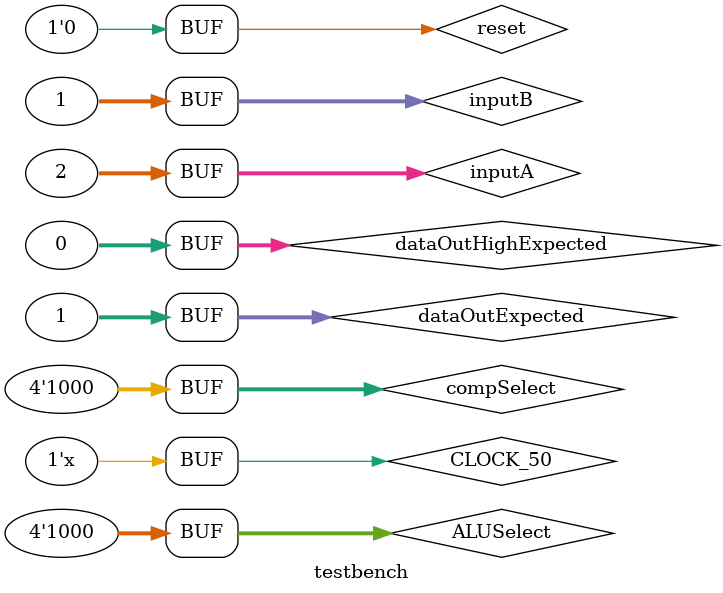
<source format=sv>
`timescale 1ns / 1ps

module testbench ();

    parameter CLOCK_PERIOD = 10;

    logic CLOCK_50;
    logic [0:0] KEY;
    logic [6:0] HEX0;

    // Comparison Unit Test
    logic reset;
    logic [31:0] inputA;
    logic [31:0] inputB;
    logic [3:0]  ALUSelect;
    logic [31:0] dataOut;
    logic [31:0] dataOutHigh;
    logic [31:0] dataOutExpected;
    logic [31:0] dataOutHighExpected;

    // Parameters
    parameter dataWidth = 32;
    parameter selectWidth = 4;

    typedef enum logic [selectWidth-1:0] {
        ADD, SUB, MUL, AND, OR, 
        XOR, NOT, SLL, SRL
    } ALUOp;

    ALUOp compSelect;

    initial begin
        CLOCK_50 = 1'b0;
    end

    always begin
        #(CLOCK_PERIOD / 2) CLOCK_50 = ~CLOCK_50;
    end

    initial begin
        reset = 0;
        ALUSelect = compSelect;

        #10
        compSelect          = ADD;
        ALUSelect           = compSelect;
        inputA              = 32'h00000008;
        inputB              = 32'h00000008;
        dataOutExpected     = 32'h00000010;
        dataOutHighExpected = 32'h0;

        #10
        inputA              = 32'h00000008;
        inputB              = 32'h00000007;
        dataOutExpected     = 32'h0000000F;
        dataOutHighExpected = 32'h0;

        #20
        compSelect          = SUB;
        ALUSelect           = compSelect;
        inputA              = 32'h00000003;
        inputB              = 32'h00000007;
        dataOutExpected     = 32'hFFFFFFFC;
        dataOutHighExpected = 32'h0;

        #10
        inputA              = 32'h00000007;
        inputB              = 32'h00000007;
        dataOutExpected     = 32'h00000000;
        dataOutHighExpected = 32'h0;

        #20
        compSelect          = MUL;
        ALUSelect           = compSelect;
        inputA              = 32'h00000003;
        inputB              = 32'h00000007;
        dataOutExpected     = 32'h00000015;
        dataOutHighExpected = 32'h0;

        #10
        inputA              = 32'h00000007;
        inputB              = 32'h00000007;
        dataOutExpected     = 32'h00000031;
        dataOutHighExpected = 32'h0;
        #10
        inputA              = 32'h0034080F;
        inputB              = 32'h0FEFA843;
        dataOutExpected     = 32'h00000031;
        dataOutHighExpected = 32'h0;


        #20
        compSelect          = AND;
        ALUSelect           = compSelect;
        inputA              = 32'hF0F0F0F0;
        inputB              = 32'h0F0F0F0F;
        dataOutExpected     = 32'h00000000;
        dataOutHighExpected = 32'h0;

        #10
        inputA              = 32'hFFFFFFFF;
        inputB              = 32'h12345678;
        dataOutExpected     = 32'h12345678;
        dataOutHighExpected = 32'h0;

        #20
        compSelect          = OR;
        ALUSelect           = compSelect;
        inputA              = 32'hF0F0F0F0;
        inputB              = 32'h0F0F0F0F;
        dataOutExpected     = 32'hFFFFFFFF;
        dataOutHighExpected = 32'h0;

        #10
        inputA              = 32'h00000000;
        inputB              = 32'h12345678;
        dataOutExpected     = 32'h12345678;
        dataOutHighExpected = 32'h0;

        #20
        compSelect          = XOR;
        ALUSelect           = compSelect;
        inputA              = 32'hFFFF0000;
        inputB              = 32'h00FFFF00;
        dataOutExpected     = 32'hFF00FF00;
        dataOutHighExpected = 32'h0;

        #10
        inputA              = 32'hAAAAAAAA;
        inputB              = 32'h55555555;
        dataOutExpected     = 32'hFFFFFFFF;
        dataOutHighExpected = 32'h0;

        #20
        compSelect          = NOT;
        ALUSelect           = compSelect;
        inputA              = 32'h00000000;
        inputB              = 32'h0;
        dataOutExpected     = 32'hFFFFFFFF;
        dataOutHighExpected = 32'h0;

        #10
        inputA              = 32'h12345678;
        inputB              = 32'h0;
        dataOutExpected     = 32'hEDCBA987;
        dataOutHighExpected = 32'h0;

        #20
        compSelect          = SLL;
        ALUSelect           = compSelect;
        inputA              = 32'h00000001;
        inputB              = 32'd32;
        dataOutExpected     = 32'h00000000;
        dataOutHighExpected = 32'h0;

        #10
        inputA              = 32'h00000001;
        inputB              = 32'd1;
        dataOutExpected     = 32'h00000002;
        dataOutHighExpected = 32'h0;

        #20
        compSelect          = SRL;
        ALUSelect           = compSelect;
        inputA              = 32'h80000000;
        inputB              = 32'd31;
        dataOutExpected     = 32'h00000001;
        dataOutHighExpected = 32'h0;

        #10
        inputA              = 32'h00000002;
        inputB              = 32'd1;
        dataOutExpected     = 32'h00000001;
        dataOutHighExpected = 32'h0;
    end

    ALU #(
        .dataWidth(dataWidth),
        .selectWidth(selectWidth)
    ) comp_unit (
        .clk(CLOCK_50),
        .reset(reset),
        .inputA(inputA), 
        .inputB(inputB), 
        .ALUSelect(ALUSelect),
        .dataOut(dataOut),
        .dataOutHigh(dataOutHigh)
    );

endmodule

</source>
